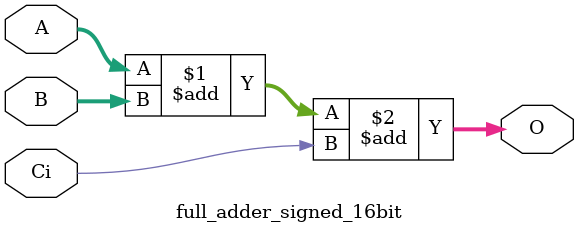
<source format=v>
module full_adder_signed_16bit(A, B, Ci, O);
  input signed [15:0] A;
  input signed [15:0] B;
  input Ci;
  output signed [16:0] O;

  assign O = A + B + Ci;
endmodule




</source>
